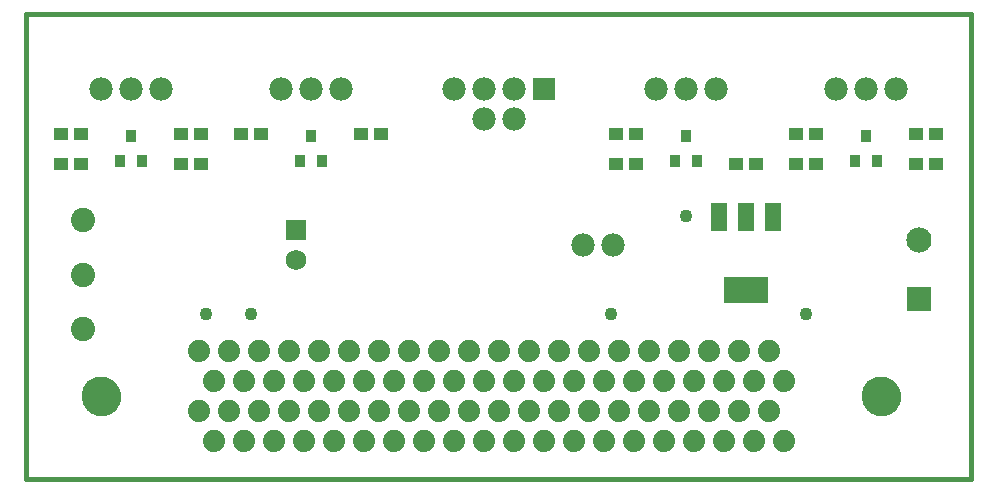
<source format=gts>
G75*
%MOIN*%
%OFA0B0*%
%FSLAX25Y25*%
%IPPOS*%
%LPD*%
%AMOC8*
5,1,8,0,0,1.08239X$1,22.5*
%
%ADD10C,0.00000*%
%ADD11C,0.12998*%
%ADD12C,0.01600*%
%ADD13R,0.03550X0.03943*%
%ADD14R,0.04731X0.04337*%
%ADD15C,0.07800*%
%ADD16R,0.05199X0.09199*%
%ADD17R,0.14573X0.09061*%
%ADD18C,0.06900*%
%ADD19R,0.06900X0.06900*%
%ADD20R,0.07800X0.07800*%
%ADD21R,0.08400X0.08400*%
%ADD22C,0.08400*%
%ADD23C,0.08077*%
%ADD24C,0.07400*%
%ADD25C,0.04337*%
D10*
X0020501Y0029300D02*
X0020503Y0029458D01*
X0020509Y0029616D01*
X0020519Y0029774D01*
X0020533Y0029932D01*
X0020551Y0030089D01*
X0020572Y0030246D01*
X0020598Y0030402D01*
X0020628Y0030558D01*
X0020661Y0030713D01*
X0020699Y0030866D01*
X0020740Y0031019D01*
X0020785Y0031171D01*
X0020834Y0031322D01*
X0020887Y0031471D01*
X0020943Y0031619D01*
X0021003Y0031765D01*
X0021067Y0031910D01*
X0021135Y0032053D01*
X0021206Y0032195D01*
X0021280Y0032335D01*
X0021358Y0032472D01*
X0021440Y0032608D01*
X0021524Y0032742D01*
X0021613Y0032873D01*
X0021704Y0033002D01*
X0021799Y0033129D01*
X0021896Y0033254D01*
X0021997Y0033376D01*
X0022101Y0033495D01*
X0022208Y0033612D01*
X0022318Y0033726D01*
X0022431Y0033837D01*
X0022546Y0033946D01*
X0022664Y0034051D01*
X0022785Y0034153D01*
X0022908Y0034253D01*
X0023034Y0034349D01*
X0023162Y0034442D01*
X0023292Y0034532D01*
X0023425Y0034618D01*
X0023560Y0034702D01*
X0023696Y0034781D01*
X0023835Y0034858D01*
X0023976Y0034930D01*
X0024118Y0035000D01*
X0024262Y0035065D01*
X0024408Y0035127D01*
X0024555Y0035185D01*
X0024704Y0035240D01*
X0024854Y0035291D01*
X0025005Y0035338D01*
X0025157Y0035381D01*
X0025310Y0035420D01*
X0025465Y0035456D01*
X0025620Y0035487D01*
X0025776Y0035515D01*
X0025932Y0035539D01*
X0026089Y0035559D01*
X0026247Y0035575D01*
X0026404Y0035587D01*
X0026563Y0035595D01*
X0026721Y0035599D01*
X0026879Y0035599D01*
X0027037Y0035595D01*
X0027196Y0035587D01*
X0027353Y0035575D01*
X0027511Y0035559D01*
X0027668Y0035539D01*
X0027824Y0035515D01*
X0027980Y0035487D01*
X0028135Y0035456D01*
X0028290Y0035420D01*
X0028443Y0035381D01*
X0028595Y0035338D01*
X0028746Y0035291D01*
X0028896Y0035240D01*
X0029045Y0035185D01*
X0029192Y0035127D01*
X0029338Y0035065D01*
X0029482Y0035000D01*
X0029624Y0034930D01*
X0029765Y0034858D01*
X0029904Y0034781D01*
X0030040Y0034702D01*
X0030175Y0034618D01*
X0030308Y0034532D01*
X0030438Y0034442D01*
X0030566Y0034349D01*
X0030692Y0034253D01*
X0030815Y0034153D01*
X0030936Y0034051D01*
X0031054Y0033946D01*
X0031169Y0033837D01*
X0031282Y0033726D01*
X0031392Y0033612D01*
X0031499Y0033495D01*
X0031603Y0033376D01*
X0031704Y0033254D01*
X0031801Y0033129D01*
X0031896Y0033002D01*
X0031987Y0032873D01*
X0032076Y0032742D01*
X0032160Y0032608D01*
X0032242Y0032472D01*
X0032320Y0032335D01*
X0032394Y0032195D01*
X0032465Y0032053D01*
X0032533Y0031910D01*
X0032597Y0031765D01*
X0032657Y0031619D01*
X0032713Y0031471D01*
X0032766Y0031322D01*
X0032815Y0031171D01*
X0032860Y0031019D01*
X0032901Y0030866D01*
X0032939Y0030713D01*
X0032972Y0030558D01*
X0033002Y0030402D01*
X0033028Y0030246D01*
X0033049Y0030089D01*
X0033067Y0029932D01*
X0033081Y0029774D01*
X0033091Y0029616D01*
X0033097Y0029458D01*
X0033099Y0029300D01*
X0033097Y0029142D01*
X0033091Y0028984D01*
X0033081Y0028826D01*
X0033067Y0028668D01*
X0033049Y0028511D01*
X0033028Y0028354D01*
X0033002Y0028198D01*
X0032972Y0028042D01*
X0032939Y0027887D01*
X0032901Y0027734D01*
X0032860Y0027581D01*
X0032815Y0027429D01*
X0032766Y0027278D01*
X0032713Y0027129D01*
X0032657Y0026981D01*
X0032597Y0026835D01*
X0032533Y0026690D01*
X0032465Y0026547D01*
X0032394Y0026405D01*
X0032320Y0026265D01*
X0032242Y0026128D01*
X0032160Y0025992D01*
X0032076Y0025858D01*
X0031987Y0025727D01*
X0031896Y0025598D01*
X0031801Y0025471D01*
X0031704Y0025346D01*
X0031603Y0025224D01*
X0031499Y0025105D01*
X0031392Y0024988D01*
X0031282Y0024874D01*
X0031169Y0024763D01*
X0031054Y0024654D01*
X0030936Y0024549D01*
X0030815Y0024447D01*
X0030692Y0024347D01*
X0030566Y0024251D01*
X0030438Y0024158D01*
X0030308Y0024068D01*
X0030175Y0023982D01*
X0030040Y0023898D01*
X0029904Y0023819D01*
X0029765Y0023742D01*
X0029624Y0023670D01*
X0029482Y0023600D01*
X0029338Y0023535D01*
X0029192Y0023473D01*
X0029045Y0023415D01*
X0028896Y0023360D01*
X0028746Y0023309D01*
X0028595Y0023262D01*
X0028443Y0023219D01*
X0028290Y0023180D01*
X0028135Y0023144D01*
X0027980Y0023113D01*
X0027824Y0023085D01*
X0027668Y0023061D01*
X0027511Y0023041D01*
X0027353Y0023025D01*
X0027196Y0023013D01*
X0027037Y0023005D01*
X0026879Y0023001D01*
X0026721Y0023001D01*
X0026563Y0023005D01*
X0026404Y0023013D01*
X0026247Y0023025D01*
X0026089Y0023041D01*
X0025932Y0023061D01*
X0025776Y0023085D01*
X0025620Y0023113D01*
X0025465Y0023144D01*
X0025310Y0023180D01*
X0025157Y0023219D01*
X0025005Y0023262D01*
X0024854Y0023309D01*
X0024704Y0023360D01*
X0024555Y0023415D01*
X0024408Y0023473D01*
X0024262Y0023535D01*
X0024118Y0023600D01*
X0023976Y0023670D01*
X0023835Y0023742D01*
X0023696Y0023819D01*
X0023560Y0023898D01*
X0023425Y0023982D01*
X0023292Y0024068D01*
X0023162Y0024158D01*
X0023034Y0024251D01*
X0022908Y0024347D01*
X0022785Y0024447D01*
X0022664Y0024549D01*
X0022546Y0024654D01*
X0022431Y0024763D01*
X0022318Y0024874D01*
X0022208Y0024988D01*
X0022101Y0025105D01*
X0021997Y0025224D01*
X0021896Y0025346D01*
X0021799Y0025471D01*
X0021704Y0025598D01*
X0021613Y0025727D01*
X0021524Y0025858D01*
X0021440Y0025992D01*
X0021358Y0026128D01*
X0021280Y0026265D01*
X0021206Y0026405D01*
X0021135Y0026547D01*
X0021067Y0026690D01*
X0021003Y0026835D01*
X0020943Y0026981D01*
X0020887Y0027129D01*
X0020834Y0027278D01*
X0020785Y0027429D01*
X0020740Y0027581D01*
X0020699Y0027734D01*
X0020661Y0027887D01*
X0020628Y0028042D01*
X0020598Y0028198D01*
X0020572Y0028354D01*
X0020551Y0028511D01*
X0020533Y0028668D01*
X0020519Y0028826D01*
X0020509Y0028984D01*
X0020503Y0029142D01*
X0020501Y0029300D01*
X0280501Y0029300D02*
X0280503Y0029458D01*
X0280509Y0029616D01*
X0280519Y0029774D01*
X0280533Y0029932D01*
X0280551Y0030089D01*
X0280572Y0030246D01*
X0280598Y0030402D01*
X0280628Y0030558D01*
X0280661Y0030713D01*
X0280699Y0030866D01*
X0280740Y0031019D01*
X0280785Y0031171D01*
X0280834Y0031322D01*
X0280887Y0031471D01*
X0280943Y0031619D01*
X0281003Y0031765D01*
X0281067Y0031910D01*
X0281135Y0032053D01*
X0281206Y0032195D01*
X0281280Y0032335D01*
X0281358Y0032472D01*
X0281440Y0032608D01*
X0281524Y0032742D01*
X0281613Y0032873D01*
X0281704Y0033002D01*
X0281799Y0033129D01*
X0281896Y0033254D01*
X0281997Y0033376D01*
X0282101Y0033495D01*
X0282208Y0033612D01*
X0282318Y0033726D01*
X0282431Y0033837D01*
X0282546Y0033946D01*
X0282664Y0034051D01*
X0282785Y0034153D01*
X0282908Y0034253D01*
X0283034Y0034349D01*
X0283162Y0034442D01*
X0283292Y0034532D01*
X0283425Y0034618D01*
X0283560Y0034702D01*
X0283696Y0034781D01*
X0283835Y0034858D01*
X0283976Y0034930D01*
X0284118Y0035000D01*
X0284262Y0035065D01*
X0284408Y0035127D01*
X0284555Y0035185D01*
X0284704Y0035240D01*
X0284854Y0035291D01*
X0285005Y0035338D01*
X0285157Y0035381D01*
X0285310Y0035420D01*
X0285465Y0035456D01*
X0285620Y0035487D01*
X0285776Y0035515D01*
X0285932Y0035539D01*
X0286089Y0035559D01*
X0286247Y0035575D01*
X0286404Y0035587D01*
X0286563Y0035595D01*
X0286721Y0035599D01*
X0286879Y0035599D01*
X0287037Y0035595D01*
X0287196Y0035587D01*
X0287353Y0035575D01*
X0287511Y0035559D01*
X0287668Y0035539D01*
X0287824Y0035515D01*
X0287980Y0035487D01*
X0288135Y0035456D01*
X0288290Y0035420D01*
X0288443Y0035381D01*
X0288595Y0035338D01*
X0288746Y0035291D01*
X0288896Y0035240D01*
X0289045Y0035185D01*
X0289192Y0035127D01*
X0289338Y0035065D01*
X0289482Y0035000D01*
X0289624Y0034930D01*
X0289765Y0034858D01*
X0289904Y0034781D01*
X0290040Y0034702D01*
X0290175Y0034618D01*
X0290308Y0034532D01*
X0290438Y0034442D01*
X0290566Y0034349D01*
X0290692Y0034253D01*
X0290815Y0034153D01*
X0290936Y0034051D01*
X0291054Y0033946D01*
X0291169Y0033837D01*
X0291282Y0033726D01*
X0291392Y0033612D01*
X0291499Y0033495D01*
X0291603Y0033376D01*
X0291704Y0033254D01*
X0291801Y0033129D01*
X0291896Y0033002D01*
X0291987Y0032873D01*
X0292076Y0032742D01*
X0292160Y0032608D01*
X0292242Y0032472D01*
X0292320Y0032335D01*
X0292394Y0032195D01*
X0292465Y0032053D01*
X0292533Y0031910D01*
X0292597Y0031765D01*
X0292657Y0031619D01*
X0292713Y0031471D01*
X0292766Y0031322D01*
X0292815Y0031171D01*
X0292860Y0031019D01*
X0292901Y0030866D01*
X0292939Y0030713D01*
X0292972Y0030558D01*
X0293002Y0030402D01*
X0293028Y0030246D01*
X0293049Y0030089D01*
X0293067Y0029932D01*
X0293081Y0029774D01*
X0293091Y0029616D01*
X0293097Y0029458D01*
X0293099Y0029300D01*
X0293097Y0029142D01*
X0293091Y0028984D01*
X0293081Y0028826D01*
X0293067Y0028668D01*
X0293049Y0028511D01*
X0293028Y0028354D01*
X0293002Y0028198D01*
X0292972Y0028042D01*
X0292939Y0027887D01*
X0292901Y0027734D01*
X0292860Y0027581D01*
X0292815Y0027429D01*
X0292766Y0027278D01*
X0292713Y0027129D01*
X0292657Y0026981D01*
X0292597Y0026835D01*
X0292533Y0026690D01*
X0292465Y0026547D01*
X0292394Y0026405D01*
X0292320Y0026265D01*
X0292242Y0026128D01*
X0292160Y0025992D01*
X0292076Y0025858D01*
X0291987Y0025727D01*
X0291896Y0025598D01*
X0291801Y0025471D01*
X0291704Y0025346D01*
X0291603Y0025224D01*
X0291499Y0025105D01*
X0291392Y0024988D01*
X0291282Y0024874D01*
X0291169Y0024763D01*
X0291054Y0024654D01*
X0290936Y0024549D01*
X0290815Y0024447D01*
X0290692Y0024347D01*
X0290566Y0024251D01*
X0290438Y0024158D01*
X0290308Y0024068D01*
X0290175Y0023982D01*
X0290040Y0023898D01*
X0289904Y0023819D01*
X0289765Y0023742D01*
X0289624Y0023670D01*
X0289482Y0023600D01*
X0289338Y0023535D01*
X0289192Y0023473D01*
X0289045Y0023415D01*
X0288896Y0023360D01*
X0288746Y0023309D01*
X0288595Y0023262D01*
X0288443Y0023219D01*
X0288290Y0023180D01*
X0288135Y0023144D01*
X0287980Y0023113D01*
X0287824Y0023085D01*
X0287668Y0023061D01*
X0287511Y0023041D01*
X0287353Y0023025D01*
X0287196Y0023013D01*
X0287037Y0023005D01*
X0286879Y0023001D01*
X0286721Y0023001D01*
X0286563Y0023005D01*
X0286404Y0023013D01*
X0286247Y0023025D01*
X0286089Y0023041D01*
X0285932Y0023061D01*
X0285776Y0023085D01*
X0285620Y0023113D01*
X0285465Y0023144D01*
X0285310Y0023180D01*
X0285157Y0023219D01*
X0285005Y0023262D01*
X0284854Y0023309D01*
X0284704Y0023360D01*
X0284555Y0023415D01*
X0284408Y0023473D01*
X0284262Y0023535D01*
X0284118Y0023600D01*
X0283976Y0023670D01*
X0283835Y0023742D01*
X0283696Y0023819D01*
X0283560Y0023898D01*
X0283425Y0023982D01*
X0283292Y0024068D01*
X0283162Y0024158D01*
X0283034Y0024251D01*
X0282908Y0024347D01*
X0282785Y0024447D01*
X0282664Y0024549D01*
X0282546Y0024654D01*
X0282431Y0024763D01*
X0282318Y0024874D01*
X0282208Y0024988D01*
X0282101Y0025105D01*
X0281997Y0025224D01*
X0281896Y0025346D01*
X0281799Y0025471D01*
X0281704Y0025598D01*
X0281613Y0025727D01*
X0281524Y0025858D01*
X0281440Y0025992D01*
X0281358Y0026128D01*
X0281280Y0026265D01*
X0281206Y0026405D01*
X0281135Y0026547D01*
X0281067Y0026690D01*
X0281003Y0026835D01*
X0280943Y0026981D01*
X0280887Y0027129D01*
X0280834Y0027278D01*
X0280785Y0027429D01*
X0280740Y0027581D01*
X0280699Y0027734D01*
X0280661Y0027887D01*
X0280628Y0028042D01*
X0280598Y0028198D01*
X0280572Y0028354D01*
X0280551Y0028511D01*
X0280533Y0028668D01*
X0280519Y0028826D01*
X0280509Y0028984D01*
X0280503Y0029142D01*
X0280501Y0029300D01*
D11*
X0286800Y0029300D03*
X0026800Y0029300D03*
D12*
X0001800Y0001800D02*
X0001800Y0156800D01*
X0316800Y0156800D01*
X0316800Y0001800D01*
X0001800Y0001800D01*
D13*
X0033060Y0107863D03*
X0040540Y0107863D03*
X0036800Y0116131D03*
X0093060Y0107863D03*
X0100540Y0107863D03*
X0096800Y0116131D03*
X0218060Y0107863D03*
X0225540Y0107863D03*
X0221800Y0116131D03*
X0278060Y0107863D03*
X0285540Y0107863D03*
X0281800Y0116131D03*
D14*
X0265146Y0116800D03*
X0258454Y0116800D03*
X0258454Y0106800D03*
X0265146Y0106800D03*
X0245146Y0106800D03*
X0238454Y0106800D03*
X0205146Y0106800D03*
X0198454Y0106800D03*
X0198454Y0116800D03*
X0205146Y0116800D03*
X0120146Y0116800D03*
X0113454Y0116800D03*
X0080146Y0116800D03*
X0073454Y0116800D03*
X0060146Y0116800D03*
X0053454Y0116800D03*
X0053454Y0106800D03*
X0060146Y0106800D03*
X0020146Y0106800D03*
X0013454Y0106800D03*
X0013454Y0116800D03*
X0020146Y0116800D03*
X0298454Y0116800D03*
X0305146Y0116800D03*
X0305146Y0106800D03*
X0298454Y0106800D03*
D15*
X0291800Y0131800D03*
X0281800Y0131800D03*
X0271800Y0131800D03*
X0231800Y0131800D03*
X0221800Y0131800D03*
X0211800Y0131800D03*
X0164300Y0131800D03*
X0154300Y0131800D03*
X0144300Y0131800D03*
X0154300Y0121800D03*
X0164300Y0121800D03*
X0106800Y0131800D03*
X0096800Y0131800D03*
X0086800Y0131800D03*
X0046800Y0131800D03*
X0036800Y0131800D03*
X0026800Y0131800D03*
X0187300Y0079800D03*
X0197300Y0079800D03*
D16*
X0232702Y0089001D03*
X0241800Y0089001D03*
X0250898Y0089001D03*
D17*
X0241800Y0064599D03*
D18*
X0091800Y0074800D03*
D19*
X0091800Y0084800D03*
D20*
X0174300Y0131800D03*
D21*
X0299300Y0061800D03*
D22*
X0299300Y0081485D03*
D23*
X0020800Y0088020D03*
X0020800Y0069910D03*
X0020800Y0051800D03*
D24*
X0059300Y0044300D03*
X0069300Y0044300D03*
X0079300Y0044300D03*
X0089300Y0044300D03*
X0099300Y0044300D03*
X0109300Y0044300D03*
X0119300Y0044300D03*
X0129300Y0044300D03*
X0139300Y0044300D03*
X0149300Y0044300D03*
X0159300Y0044300D03*
X0169300Y0044300D03*
X0179300Y0044300D03*
X0189300Y0044300D03*
X0199300Y0044300D03*
X0209300Y0044300D03*
X0219300Y0044300D03*
X0229300Y0044300D03*
X0239300Y0044300D03*
X0249300Y0044300D03*
X0244300Y0034300D03*
X0234300Y0034300D03*
X0224300Y0034300D03*
X0214300Y0034300D03*
X0204300Y0034300D03*
X0194300Y0034300D03*
X0184300Y0034300D03*
X0174300Y0034300D03*
X0164300Y0034300D03*
X0154300Y0034300D03*
X0144300Y0034300D03*
X0134300Y0034300D03*
X0124300Y0034300D03*
X0114300Y0034300D03*
X0104300Y0034300D03*
X0094300Y0034300D03*
X0084300Y0034300D03*
X0074300Y0034300D03*
X0064300Y0034300D03*
X0059300Y0024300D03*
X0069300Y0024300D03*
X0079300Y0024300D03*
X0089300Y0024300D03*
X0099300Y0024300D03*
X0109300Y0024300D03*
X0119300Y0024300D03*
X0129300Y0024300D03*
X0139300Y0024300D03*
X0149300Y0024300D03*
X0159300Y0024300D03*
X0169300Y0024300D03*
X0179300Y0024300D03*
X0189300Y0024300D03*
X0199300Y0024300D03*
X0209300Y0024300D03*
X0219300Y0024300D03*
X0229300Y0024300D03*
X0239300Y0024300D03*
X0249300Y0024300D03*
X0244300Y0014300D03*
X0234300Y0014300D03*
X0224300Y0014300D03*
X0214300Y0014300D03*
X0204300Y0014300D03*
X0194300Y0014300D03*
X0184300Y0014300D03*
X0174300Y0014300D03*
X0164300Y0014300D03*
X0154300Y0014300D03*
X0144300Y0014300D03*
X0134300Y0014300D03*
X0124300Y0014300D03*
X0114300Y0014300D03*
X0104300Y0014300D03*
X0094300Y0014300D03*
X0084300Y0014300D03*
X0074300Y0014300D03*
X0064300Y0014300D03*
X0254300Y0014300D03*
X0254300Y0034300D03*
D25*
X0261800Y0056800D03*
X0221800Y0089300D03*
X0196800Y0056800D03*
X0076800Y0056800D03*
X0061800Y0056800D03*
M02*

</source>
